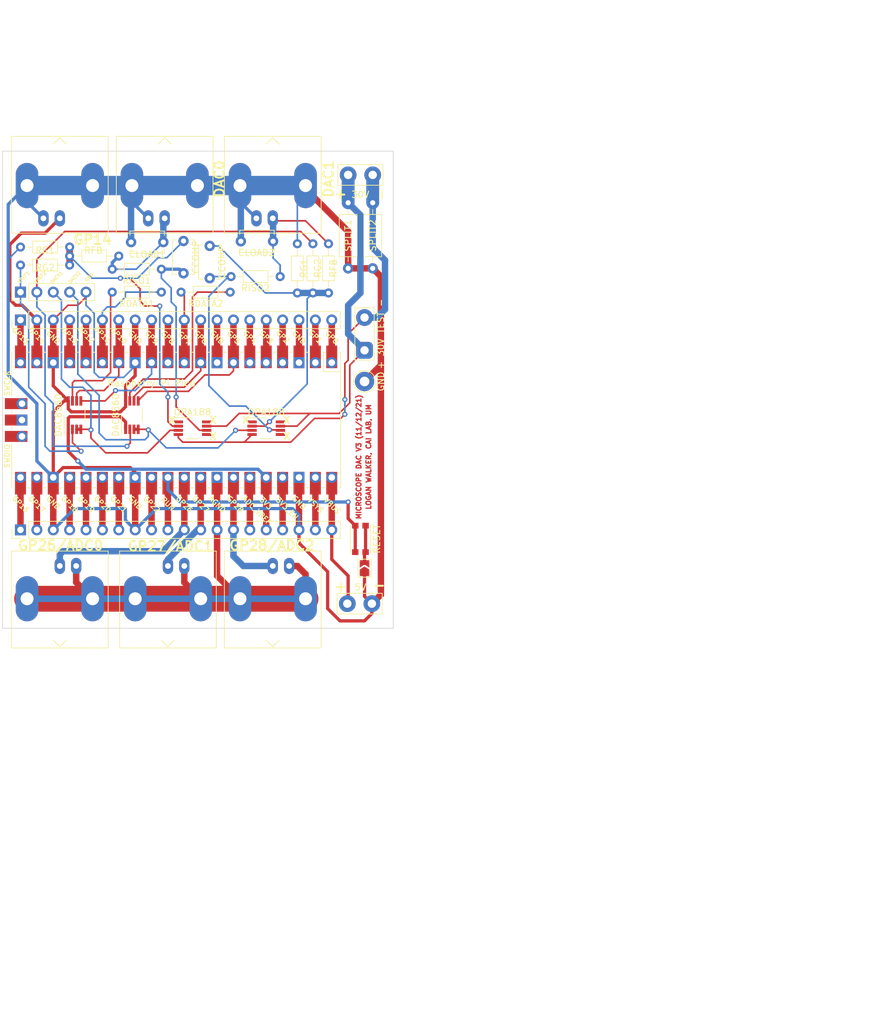
<source format=kicad_pcb>
(kicad_pcb (version 20221018) (generator pcbnew)
  (title_block (title "SimpleDAC V3") (date "2021-11-12") (rev "1") (company "University of Michigan") (comment 1 "Logan Walker") (comment 2 "Dawen Cai Lab"))
  (layers (0 "F.Cu" signal) (31 "B.Cu" signal) (34 "B.Paste" user) (35 "F.Paste" user) (36 "B.SilkS" user "B.Silkscreen") (37 "F.SilkS" user "F.Silkscreen") (38 "B.Mask" user) (39 "F.Mask" user) (44 "Edge.Cuts" user))
  (net 0 "")
  (footprint "TestPoint:TestPoint_Bridge_Pitch3.81mm_Drill1.3mm" (layer "F.Cu") (at 180.213 126.238 180)
    (fp_text reference "5V")
    (fp_text value " ")
  )
  (footprint "RaspberryPiPico:RPi_Pico_SMD_TH" (layer "F.Cu") (at 149.86 97.79 -90)
    (fp_text reference "Raspberry Pi Pico")
    (fp_text value " ")
  )
  (footprint "Package_SO:VSSOP-8_3.0x3.0mm_P0.65mm" (layer "F.Cu") (at 143.002 97.028 90)
    (fp_text reference "DAC8560")
    (fp_text value " ")
  )
  (footprint "Package_SO:VSSOP-8_3.0x3.0mm_P0.65mm" (layer "F.Cu") (at 134.112 97.028 90)
    (fp_text reference "DAC8560")
    (fp_text value " ")
  )
  (footprint "Connector_Coaxial:BNC_Amphenol_B6252HB-NPP3G-50_Horizontal" (layer "F.Cu") (at 164.846 120.396 180)
    (fp_text reference " ")
    (fp_text value " ")
  )
  (footprint "Connector_Coaxial:BNC_Amphenol_B6252HB-NPP3G-50_Horizontal" (layer "F.Cu") (at 148.59 120.396 180)
    (fp_text reference " ")
    (fp_text value " ")
  )
  (footprint "Connector_Coaxial:BNC_Amphenol_B6252HB-NPP3G-50_Horizontal" (layer "F.Cu") (at 131.826 120.396 180)
    (fp_text reference " ")
    (fp_text value " ")
  )
  (footprint "Capacitor_THT:C_Disc_D5.1mm_W3.2mm_P5.00mm" (layer "F.Cu") (at 142.875 70.231)
    (fp_text reference "CLOAD1")
    (fp_text value " ")
  )
  (footprint "Capacitor_THT:C_Disc_D5.1mm_W3.2mm_P5.00mm" (layer "F.Cu") (at 159.893 70.104)
    (fp_text reference "CLOAD2")
    (fp_text value " ")
  )
  (footprint "Resistor_THT:R_Axial_DIN0204_L3.6mm_D1.6mm_P7.62mm_Horizontal" (layer "F.Cu") (at 140.97 72.39 180)
    (fp_text reference "RFB")
    (fp_text value " ")
  )
  (footprint "Capacitor_THT:C_Disc_D5.1mm_W3.2mm_P5.00mm" (layer "F.Cu") (at 155.067 75.819 90)
    (fp_text reference "CCOMP")
    (fp_text value " ")
  )
  (footprint "Resistor_THT:R_Axial_DIN0204_L3.6mm_D1.6mm_P7.62mm_Horizontal" (layer "F.Cu") (at 168.656 78.105 90)
    (fp_text reference "RG1")
    (fp_text value " ")
  )
  (footprint "TestPoint:TestPoint_Loop_D2.54mm_Drill1.5mm_Beaded" (layer "F.Cu") (at 179.07 91.821)
    (fp_text reference "GND")
    (fp_text value " ")
  )
  (footprint "Resistor_THT:R_Axial_DIN0207_L6.3mm_D2.5mm_P10.16mm_Horizontal" (layer "F.Cu") (at 176.53 74.295 90)
    (fp_text reference "SPLIT1")
    (fp_text value " ")
  )
  (footprint "Resistor_THT:R_Axial_DIN0207_L6.3mm_D2.5mm_P10.16mm_Horizontal" (layer "F.Cu") (at 180.34 74.295 90)
    (fp_text reference "SPLIT2")
    (fp_text value " ")
  )
  (footprint "Connector_PinHeader_2.54mm:PinHeader_1x20_P2.54mm_Vertical" (layer "F.Cu") (at 125.73 114.808 90)
    (fp_text reference " ")
    (fp_text value " ")
  )
  (footprint "Connector_PinHeader_2.54mm:PinHeader_1x20_P2.54mm_Vertical" (layer "F.Cu") (at 125.73 82.296 90)
    (fp_text reference " ")
    (fp_text value " ")
  )
  (footprint "Button_Switch_SMD:SW_Push_1P1T_NO_CK_KMR2" (layer "F.Cu") (at 178.435 116.205 90)
    (fp_text reference "RESET")
    (fp_text value " ")
  )
  (footprint "Jumper:SolderJumper-2_P1.3mm_Open_TrianglePad1.0x1.5mm" (layer "F.Cu") (at 179.07 120.74 90)
    (fp_text reference " ")
    (fp_text value " ")
  )
  (footprint "TestPoint:TestPoint_2Pads_Pitch5.08mm_Drill1.3mm" (layer "F.Cu") (at 179.07 86.995 90)
    (fp_text reference "+ 30V TEST -")
    (fp_text value " ")
  )
  (footprint "Package_SO:VSSOP-8_3.0x3.0mm_P0.65mm" (layer "F.Cu") (at 152.4 99.06)
    (fp_text reference "OPA188")
    (fp_text value " ")
  )
  (footprint "Package_SO:VSSOP-8_3.0x3.0mm_P0.65mm" (layer "F.Cu") (at 163.83 99.06)
    (fp_text reference "OPA188")
    (fp_text value " ")
  )
  (footprint "Connector_Coaxial:BNC_Amphenol_B6252HB-NPP3G-50_Horizontal" (layer "F.Cu") (at 148.082 66.548)
    (fp_text reference " ")
    (fp_text value " ")
  )
  (footprint "Connector_Coaxial:BNC_Amphenol_B6252HB-NPP3G-50_Horizontal" (layer "F.Cu") (at 164.846 66.548)
    (fp_text reference " ")
    (fp_text value " ")
  )
  (footprint "Connector_Coaxial:BNC_Amphenol_B6252HB-NPP3G-50_Horizontal" (layer "F.Cu") (at 131.826 66.548)
    (fp_text reference " ")
    (fp_text value " ")
  )
  (footprint "Connector_PinHeader_2.54mm:PinHeader_1x05_P2.54mm_Vertical" (layer "F.Cu") (at 125.73 77.978 90)
    (fp_text reference " ")
    (fp_text value " ")
  )
  (footprint "Resistor_THT:R_Axial_DIN0204_L3.6mm_D1.6mm_P7.62mm_Horizontal" (layer "F.Cu") (at 139.954 77.978)
    (fp_text reference "RDATA1")
    (fp_text value " ")
  )
  (footprint "Resistor_THT:R_Axial_DIN0204_L3.6mm_D1.6mm_P7.62mm_Horizontal" (layer "F.Cu") (at 150.622 77.978)
    (fp_text reference "RDATA2")
    (fp_text value " ")
  )
  (footprint "TestPoint:TestPoint_Bridge_Pitch3.81mm_Drill1.3mm" (layer "F.Cu") (at 180.34 59.817 180)
    (fp_text reference "30V")
    (fp_text value " ")
  )
  (footprint "Resistor_THT:R_Axial_DIN0204_L3.6mm_D1.6mm_P7.62mm_Horizontal" (layer "F.Cu") (at 158.369 75.565)
    (fp_text reference "RISO2")
    (fp_text value " ")
  )
  (footprint "Resistor_THT:R_Axial_DIN0204_L3.6mm_D1.6mm_P7.62mm_Horizontal" (layer "F.Cu") (at 173.482 78.105 90)
    (fp_text reference "RFB")
    (fp_text value " ")
  )
  (footprint "Capacitor_THT:C_Disc_D5.1mm_W3.2mm_P5.00mm" (layer "F.Cu") (at 151.003 75.057 90)
    (fp_text reference "CCOMP")
    (fp_text value " ")
  )
  (footprint "Resistor_THT:R_Axial_DIN0204_L3.6mm_D1.6mm_P7.62mm_Horizontal" (layer "F.Cu") (at 125.73 73.787)
    (fp_text reference "RG2")
    (fp_text value " ")
  )
  (footprint "Resistor_THT:R_Axial_DIN0204_L3.6mm_D1.6mm_P7.62mm_Horizontal" (layer "F.Cu") (at 139.954 74.422)
    (fp_text reference "RISO1")
    (fp_text value " ")
  )
  (footprint "" (layer "F.Cu") (at 139.7 105.41)
    (fp_text reference "")
    (fp_text value "")
  )
  (footprint "" (layer "F.Cu") (at 139.7 105.41)
    (fp_text reference "")
    (fp_text value "")
  )
  (footprint "" (layer "F.Cu") (at 139.7 105.41)
    (fp_text reference "")
    (fp_text value "")
  )
  (footprint "Resistor_THT:R_Axial_DIN0204_L3.6mm_D1.6mm_P7.62mm_Horizontal" (layer "F.Cu") (at 171.069 78.105 90)
    (fp_text reference "RG2")
    (fp_text value " ")
  )
  (footprint "Resistor_THT:R_Axial_DIN0204_L3.6mm_D1.6mm_P7.62mm_Horizontal" (layer "F.Cu") (at 125.73 70.993)
    (fp_text reference "RG1")
    (fp_text value " ")
  )
  (gr_line (start 122.936 130.048) (end 122.936 56.134) (stroke (width 0.1)) (layer "Edge.Cuts"))
  (gr_line (start 122.936 56.134) (end 183.515 56.134) (stroke (width 0.1)) (layer "Edge.Cuts"))
  (gr_line (start 183.515 56.134) (end 183.515 130.048) (stroke (width 0.1)) (layer "Edge.Cuts"))
  (gr_line (start 183.515 130.048) (end 122.936 130.048) (stroke (width 0.1)) (layer "Edge.Cuts"))
  (gr_text "LOGAN WALKER, CAI LAB, UM\n" (at 179.705 103.505 90) (layer "F.Cu") (effects (font (size 0.75 0.75) (thickness 0.1875))))
  (gr_text "MICROSCOPE DAC V3 (11/12/21)" (at 178.181 103.505 90) (layer "F.Cu") (effects (font (size 0.75 0.75) (thickness 0.1875))))
  (gr_text "GP26/ADC0" (at 131.953 117.221) (layer "F.SilkS") (effects (font (size 1.5 1.5) (thickness 0.3))))
  (gr_text "GP28/ADC2" (at 164.719 117.221) (layer "F.SilkS") (effects (font (size 1.5 1.5) (thickness 0.3))))
  (gr_text "X" (at 160.655 97.79) (layer "F.SilkS") (effects (font (size 1 1) (thickness 0.25))))
  (gr_text "X" (at 149.225 97.79) (layer "F.SilkS") (effects (font (size 1 1) (thickness 0.25))))
  (gr_text "VREF2" (at 128.778 75.692 45) (layer "F.SilkS") (effects (font (size 0.5 0.5) (thickness 0.125))))
  (gr_text "DACV1" (at 131.318 75.692 45) (layer "F.SilkS") (effects (font (size 0.5 0.5) (thickness 0.125))))
  (gr_text "GND" (at 136.398 75.692 45) (layer "F.SilkS") (effects (font (size 0.5 0.5) (thickness 0.125))))
  (gr_text "+" (at 175.26 123.698 90) (layer "F.SilkS") (effects (font (size 1.5 1.5) (thickness 0.3))))
  (gr_text "GP27/ADC1" (at 148.971 117.348) (layer "F.SilkS") (effects (font (size 1.5 1.5) (thickness 0.3))))
  (gr_text "X" (at 167.005 100.33) (layer "F.SilkS") (effects (font (size 1 1) (thickness 0.25))))
  (gr_text "GP14" (at 136.906 69.85) (layer "F.SilkS") (effects (font (size 1.5 1.5) (thickness 0.3))))
  (gr_text "X" (at 167.005 97.79) (layer "F.SilkS") (effects (font (size 1 1) (thickness 0.25))))
  (gr_text "X" (at 155.575 100.33) (layer "F.SilkS") (effects (font (size 1 1) (thickness 0.25))))
  (gr_text "DACV2" (at 134.112 75.692 45) (layer "F.SilkS") (effects (font (size 0.5 0.5) (thickness 0.125))))
  (gr_text "DAC1" (at 173.482 60.452 90) (layer "F.SilkS") (effects (font (size 1.5 1.5) (thickness 0.3))))
  (gr_text "-" (at 181.61 62.865 90) (layer "F.SilkS") (effects (font (size 1.5 1.5) (thickness 0.3))))
  (gr_text "+" (at 175.26 62.865 90) (layer "F.SilkS") (effects (font (size 1.5 1.5) (thickness 0.3))))
  (gr_text "X" (at 155.575 97.79) (layer "F.SilkS") (effects (font (size 1 1) (thickness 0.25))))
  (gr_text "-" (at 181.356 123.571 180) (layer "F.SilkS") (effects (font (size 1.5 1.5) (thickness 0.3))))
  (gr_text "VREF1" (at 126.238 75.692 45) (layer "F.SilkS") (effects (font (size 0.5 0.5) (thickness 0.125))))
  (gr_text "DAC0" (at 156.591 60.452 90) (layer "F.SilkS") (effects (font (size 1.5 1.5) (thickness 0.3))))
  (segment (start 159.075 99.385) (end 159.075 99.385) (width 0.25) (layer "F.Cu") (net 0))
  (segment (start 148.59 94.234) (end 148.59 94.234) (width 0.25) (layer "F.Cu") (net 0))
  (segment (start 176.022 94.615) (end 176.022 94.615) (width 0.25) (layer "F.Cu") (net 0))
  (segment (start 176.022 96.901) (end 176.022 96.901) (width 0.25) (layer "F.Cu") (net 0))
  (segment (start 140.462 93.218) (end 138.852 94.828) (width 0.25) (layer "F.Cu") (net 0))
  (segment (start 139.7 90.424) (end 139.7 78.232) (width 0.25) (layer "F.Cu") (net 0))
  (segment (start 154.305 90.805) (end 158.115 90.805) (width 0.25) (layer "F.Cu") (net 0))
  (segment (start 136.652 99.314) (end 136.652 100.584) (width 0.25) (layer "F.Cu") (net 0))
  (segment (start 133.137 94.828) (end 132.502 94.828) (width 0.5) (layer "F.Cu") (net 0))
  (segment (start 135.087 99.228) (end 134.437 99.228) (width 0.5) (layer "F.Cu") (net 0))
  (segment (start 130.81 89.154) (end 130.81 88.9) (width 1) (layer "F.Cu") (net 0))
  (segment (start 166.03 98.735) (end 168.6 98.735) (width 0.25) (layer "F.Cu") (net 0))
  (segment (start 133.35 97.282) (end 133.137 97.495) (width 0.5) (layer "F.Cu") (net 0))
  (segment (start 156.21 106.68) (end 156.21 114.808) (width 1) (layer "F.Cu") (net 0))
  (segment (start 176.022 89.027) (end 176.022 90.424) (width 0.25) (layer "F.Cu") (net 0))
  (segment (start 145.415 93.345) (end 151.765 93.345) (width 0.25) (layer "F.Cu") (net 0))
  (segment (start 179.07 125.095) (end 180.213 126.238) (width 0.5) (layer "F.Cu") (net 0))
  (segment (start 180.213 127.762) (end 179.07 128.905) (width 0.5) (layer "F.Cu") (net 0))
  (segment (start 130.81 82.296) (end 133.096 80.01) (width 0.25) (layer "F.Cu") (net 0))
  (segment (start 168.656 120.396) (end 169.926 121.666) (width 1) (layer "F.Cu") (net 0))
  (segment (start 142.24 101.854) (end 142.748 101.346) (width 0.25) (layer "F.Cu") (net 0))
  (segment (start 153.67 106.68) (end 153.67 114.808) (width 1) (layer "F.Cu") (net 0))
  (segment (start 143.977 99.228) (end 143.327 99.228) (width 0.5) (layer "F.Cu") (net 0))
  (segment (start 154.6 98.735) (end 157.663 98.735) (width 0.25) (layer "F.Cu") (net 0))
  (segment (start 143.51 82.296) (end 143.51 88.9) (width 1) (layer "F.Cu") (net 0))
  (segment (start 169.926 61.976) (end 169.926 61.468) (width 1) (layer "F.Cu") (net 0))
  (segment (start 160.446 101.219) (end 161.63 100.035) (width 0.25) (layer "F.Cu") (net 0))
  (segment (start 143.51 105.918) (end 142.748 105.156) (width 0.5) (layer "F.Cu") (net 0))
  (segment (start 150.2 100.035) (end 150.2 100.543) (width 0.25) (layer "F.Cu") (net 0))
  (segment (start 125.73 106.68) (end 125.73 114.808) (width 1) (layer "F.Cu") (net 0))
  (segment (start 180.34 74.295) (end 176.53 74.295) (width 1) (layer "F.Cu") (net 0))
  (segment (start 140.97 90.932) (end 140.97 88.9) (width 0.25) (layer "F.Cu") (net 0))
  (segment (start 133.35 70.993) (end 133.35 72.39) (width 1) (layer "F.Cu") (net 0))
  (segment (start 173.99 88.9) (end 173.99 82.296) (width 1) (layer "F.Cu") (net 0))
  (segment (start 168.6 98.735) (end 170.561 96.774) (width 0.25) (layer "F.Cu") (net 0))
  (segment (start 133.35 82.296) (end 133.35 88.9) (width 1) (layer "F.Cu") (net 0))
  (segment (start 163.83 106.68) (end 163.83 114.808) (width 1) (layer "F.Cu") (net 0))
  (segment (start 146.05 106.68) (end 146.05 114.808) (width 1) (layer "F.Cu") (net 0))
  (segment (start 130.81 92.501) (end 133.137 94.828) (width 0.5) (layer "F.Cu") (net 0))
  (segment (start 134.366 122.936) (end 136.906 125.476) (width 1) (layer "F.Cu") (net 0))
  (segment (start 128.27 106.68) (end 128.27 114.808) (width 1) (layer "F.Cu") (net 0))
  (segment (start 142.677 93.543) (end 144.78 91.44) (width 0.25) (layer "F.Cu") (net 0))
  (segment (start 151.765 93.345) (end 154.305 90.805) (width 0.25) (layer "F.Cu") (net 0))
  (segment (start 143.327 94.828) (end 143.327 94.163) (width 0.25) (layer "F.Cu") (net 0))
  (segment (start 134.437 94.828) (end 134.437 93.655) (width 0.25) (layer "F.Cu") (net 0))
  (segment (start 166.37 88.9) (end 166.37 82.296) (width 1) (layer "F.Cu") (net 0))
  (segment (start 171.069 70.485) (end 169.164 68.58) (width 0.25) (layer "F.Cu") (net 0))
  (segment (start 140.97 106.68) (end 140.97 114.808) (width 1) (layer "F.Cu") (net 0))
  (segment (start 128.27 88.9) (end 128.27 82.296) (width 1) (layer "F.Cu") (net 0))
  (segment (start 148.59 106.68) (end 148.59 114.808) (width 1) (layer "F.Cu") (net 0))
  (segment (start 171.069 70.485) (end 171.196 70.485) (width 1) (layer "F.Cu") (net 0))
  (segment (start 148.59 98.044) (end 148.59 96.647) (width 0.25) (layer "F.Cu") (net 0))
  (segment (start 143.51 106.68) (end 143.51 105.918) (width 0.5) (layer "F.Cu") (net 0))
  (segment (start 173.99 119.38) (end 176.53 121.92) (width 0.5) (layer "F.Cu") (net 0))
  (segment (start 135.89 82.296) (end 135.89 88.9) (width 1) (layer "F.Cu") (net 0))
  (segment (start 173.355 127) (end 173.355 121.285) (width 0.5) (layer "F.Cu") (net 0))
  (segment (start 148.59 96.647) (end 148.59 94.234) (width 0.25) (layer "F.Cu") (net 0))
  (segment (start 180.34 74.295) (end 181.61 75.565) (width 1) (layer "F.Cu") (net 0))
  (segment (start 158.75 88.9) (end 158.75 90.17) (width 0.25) (layer "F.Cu") (net 0))
  (segment (start 150.2 99.385) (end 148.915 99.385) (width 0.25) (layer "F.Cu") (net 0))
  (segment (start 181.61 124.841) (end 180.213 126.238) (width 1) (layer "F.Cu") (net 0))
  (segment (start 169.926 121.666) (end 169.926 125.476) (width 1) (layer "F.Cu") (net 0))
  (segment (start 179.235 118.255) (end 179.235 114.155) (width 0.5) (layer "F.Cu") (net 0))
  (segment (start 176.53 113.05) (end 177.635 114.155) (width 0.5) (layer "F.Cu") (net 0))
  (segment (start 165.227 66.929) (end 164.846 66.548) (width 0.25) (layer "F.Cu") (net 0))
  (segment (start 166.37 106.68) (end 166.37 114.808) (width 1) (layer "F.Cu") (net 0))
  (segment (start 138.43 91.694) (end 139.7 90.424) (width 0.25) (layer "F.Cu") (net 0))
  (segment (start 175.26 97.536) (end 175.387 97.536) (width 0.25) (layer "F.Cu") (net 0))
  (segment (start 136.566 99.228) (end 136.652 99.314) (width 0.25) (layer "F.Cu") (net 0))
  (segment (start 133.137 102.657) (end 134.62 104.14) (width 0.5) (layer "F.Cu") (net 0))
  (segment (start 171.45 106.68) (end 171.45 114.808) (width 1) (layer "F.Cu") (net 0))
  (segment (start 130.81 82.296) (end 130.81 89.154) (width 1) (layer "F.Cu") (net 0))
  (segment (start 164.338 99.314) (end 165.959 99.314) (width 0.25) (layer "F.Cu") (net 0))
  (segment (start 161.63 99.385) (end 159.075 99.385) (width 0.25) (layer "F.Cu") (net 0))
  (segment (start 152.4 78.74) (end 153.162 77.978) (width 0.25) (layer "F.Cu") (net 0))
  (segment (start 134.874 93.218) (end 138.684 93.218) (width 0.25) (layer "F.Cu") (net 0))
  (segment (start 156.21 82.296) (end 156.21 88.9) (width 1) (layer "F.Cu") (net 0))
  (segment (start 177.635 118.255) (end 177.635 114.155) (width 0.5) (layer "F.Cu") (net 0))
  (segment (start 145.43 102.87) (end 148.915 99.385) (width 0.25) (layer "F.Cu") (net 0))
  (segment (start 181.61 89.281) (end 181.61 124.841) (width 1) (layer "F.Cu") (net 0))
  (segment (start 150.876 101.219) (end 160.446 101.219) (width 0.25) (layer "F.Cu") (net 0))
  (segment (start 144.78 92.71) (end 151.13 92.71) (width 0.25) (layer "F.Cu") (net 0))
  (segment (start 154.6 99.385) (end 153.487 99.385) (width 0.25) (layer "F.Cu") (net 0))
  (segment (start 144.272 79.375) (end 145.034 80.137) (width 0.25) (layer "F.Cu") (net 0))
  (segment (start 134.437 93.655) (end 134.874 93.218) (width 0.25) (layer "F.Cu") (net 0))
  (segment (start 176.53 68.58) (end 169.926 61.976) (width 1) (layer "F.Cu") (net 0))
  (segment (start 151.13 82.296) (end 151.13 78.486) (width 0.25) (layer "F.Cu") (net 0))
  (segment (start 149.86 94.234) (end 149.86 95.758) (width 0.25) (layer "F.Cu") (net 0))
  (segment (start 153.162 77.978) (end 158.242 77.978) (width 0.25) (layer "F.Cu") (net 0))
  (segment (start 139.7 78.232) (end 139.954 77.978) (width 0.25) (layer "F.Cu") (net 0))
  (segment (start 165.959 99.314) (end 166.03 99.385) (width 0.25) (layer "F.Cu") (net 0))
  (segment (start 124.968 80.01) (end 124.079 79.121) (width 0.5) (layer "F.Cu") (net 0))
  (segment (start 133.137 96.053) (end 133.137 94.828) (width 0.5) (layer "F.Cu") (net 0))
  (segment (start 138.938 102.87) (end 145.43 102.87) (width 0.25) (layer "F.Cu") (net 0))
  (segment (start 133.787 94.828) (end 133.787 92.019) (width 0.25) (layer "F.Cu") (net 0))
  (segment (start 134.62 80.01) (end 135.89 78.74) (width 0.25) (layer "F.Cu") (net 0))
  (segment (start 125.857 68.834) (end 129.54 68.834) (width 0.5) (layer "F.Cu") (net 0))
  (segment (start 135.087 99.228) (end 136.566 99.228) (width 0.25) (layer "F.Cu") (net 0))
  (segment (start 142.027 99.228) (end 142.027 98.085) (width 0.5) (layer "F.Cu") (net 0))
  (segment (start 134.366 120.396) (end 134.366 122.936) (width 1) (layer "F.Cu") (net 0))
  (segment (start 173.355 121.285) (end 168.91 116.84) (width 0.5) (layer "F.Cu") (net 0))
  (segment (start 179.07 121.465) (end 179.07 125.095) (width 0.5) (layer "F.Cu") (net 0))
  (segment (start 135.89 78.74) (end 135.89 77.978) (width 0.25) (layer "F.Cu") (net 0))
  (segment (start 179.07 91.821) (end 181.61 89.281) (width 1) (layer "F.Cu") (net 0))
  (segment (start 151.13 106.68) (end 151.13 114.808) (width 1) (layer "F.Cu") (net 0))
  (segment (start 129.54 68.834) (end 131.826 66.548) (width 0.5) (layer "F.Cu") (net 0))
  (segment (start 161.29 106.68) (end 161.29 114.808) (width 1) (layer "F.Cu") (net 0))
  (segment (start 125.984 80.01) (end 124.968 80.01) (width 0.5) (layer "F.Cu") (net 0))
  (segment (start 151.13 120.396) (end 151.13 122.936) (width 1) (layer "F.Cu") (net 0))
  (segment (start 161.29 88.9) (end 161.29 82.296) (width 1) (layer "F.Cu") (net 0))
  (segment (start 171.323 97.536) (end 175.26 97.536) (width 0.25) (layer "F.Cu") (net 0))
  (segment (start 179.07 114.32) (end 179.235 114.155) (width 0.5) (layer "F.Cu") (net 0))
  (segment (start 124.079 79.121) (end 124.079 70.612) (width 0.5) (layer "F.Cu") (net 0))
  (segment (start 159.624 96.774) (end 162.433 96.774) (width 0.25) (layer "F.Cu") (net 0))
  (segment (start 143.977 94.783) (end 144.78 93.98) (width 0.25) (layer "F.Cu") (net 0))
  (segment (start 130.81 88.9) (end 130.81 92.501) (width 0.5) (layer "F.Cu") (net 0))
  (segment (start 133.787 101.275) (end 135.128 102.616) (width 0.25) (layer "F.Cu") (net 0))
  (segment (start 149.86 95.758) (end 153.487 99.385) (width 0.25) (layer "F.Cu") (net 0))
  (segment (start 176.784 89.281) (end 179.07 86.995) (width 0.25) (layer "F.Cu") (net 0))
  (segment (start 153.487 99.385) (end 152.908 98.806) (width 0.25) (layer "F.Cu") (net 0))
  (segment (start 141.224 97.282) (end 133.35 97.282) (width 0.5) (layer "F.Cu") (net 0))
  (segment (start 142.748 101.346) (end 142.748 99.299) (width 0.25) (layer "F.Cu") (net 0))
  (segment (start 179.07 81.915) (end 176.53 84.455) (width 0.25) (layer "F.Cu") (net 0))
  (segment (start 175.26 128.905) (end 173.355 127) (width 0.5) (layer "F.Cu") (net 0))
  (segment (start 169.926 66.929) (end 165.227 66.929) (width 0.25) (layer "F.Cu") (net 0))
  (segment (start 170.942 97.917) (end 171.323 97.536) (width 0.25) (layer "F.Cu") (net 0))
  (segment (start 173.482 70.485) (end 169.926 66.929) (width 0.25) (layer "F.Cu") (net 0))
  (segment (start 151.13 82.296) (end 151.13 88.9) (width 1) (layer "F.Cu") (net 0))
  (segment (start 132.588 68.58) (end 128.27 72.898) (width 0.25) (layer "F.Cu") (net 0))
  (segment (start 133.35 72.39) (end 133.35 73.787) (width 1) (layer "F.Cu") (net 0))
  (segment (start 151.13 78.486) (end 150.622 77.978) (width 0.25) (layer "F.Cu") (net 0))
  (segment (start 133.787 99.228) (end 133.787 101.275) (width 0.25) (layer "F.Cu") (net 0))
  (segment (start 142.748 105.156) (end 132.334 105.156) (width 0.5) (layer "F.Cu") (net 0))
  (segment (start 143.002 61.468) (end 126.746 61.468) (width 1) (layer "F.Cu") (net 0))
  (segment (start 144.78 93.98) (end 145.415 93.345) (width 0.25) (layer "F.Cu") (net 0))
  (segment (start 138.852 94.828) (end 135.087 94.828) (width 0.25) (layer "F.Cu") (net 0))
  (segment (start 169.926 61.468) (end 159.766 61.468) (width 1) (layer "F.Cu") (net 0))
  (segment (start 157.663 98.735) (end 159.624 96.774) (width 0.25) (layer "F.Cu") (net 0))
  (segment (start 162.433 96.774) (end 170.561 96.774) (width 0.25) (layer "F.Cu") (net 0))
  (segment (start 175.387 97.536) (end 176.022 96.901) (width 0.25) (layer "F.Cu") (net 0))
  (segment (start 144.272 77.47) (end 144.272 79.375) (width 0.25) (layer "F.Cu") (net 0))
  (segment (start 142.027 95.717) (end 141.224 96.52) (width 0.5) (layer "F.Cu") (net 0))
  (segment (start 181.61 75.565) (end 181.61 89.281) (width 1) (layer "F.Cu") (net 0))
  (segment (start 143.977 99.228) (end 145.456 99.228) (width 0.25) (layer "F.Cu") (net 0))
  (segment (start 176.53 84.455) (end 176.53 88.519) (width 0.25) (layer "F.Cu") (net 0))
  (segment (start 180.213 126.238) (end 180.213 127.762) (width 0.5) (layer "F.Cu") (net 0))
  (segment (start 171.45 88.9) (end 171.45 82.296) (width 1) (layer "F.Cu") (net 0))
  (segment (start 133.787 92.019) (end 134.112 91.694) (width 0.25) (layer "F.Cu") (net 0))
  (segment (start 142.677 94.828) (end 142.677 93.543) (width 0.25) (layer "F.Cu") (net 0))
  (segment (start 150.2 100.543) (end 150.876 101.219) (width 0.25) (layer "F.Cu") (net 0))
  (segment (start 176.53 126.111) (end 176.403 126.238) (width 0.5) (layer "F.Cu") (net 0))
  (segment (start 151.13 122.936) (end 153.67 125.476) (width 1) (layer "F.Cu") (net 0))
  (segment (start 176.784 95.123) (end 176.784 89.281) (width 0.25) (layer "F.Cu") (net 0))
  (segment (start 176.53 88.519) (end 176.022 89.027) (width 0.25) (layer "F.Cu") (net 0))
  (segment (start 151.13 92.71) (end 153.67 90.17) (width 0.25) (layer "F.Cu") (net 0))
  (segment (start 158.75 82.296) (end 158.75 88.9) (width 1) (layer "F.Cu") (net 0))
  (segment (start 158.115 90.805) (end 158.75 90.17) (width 0.25) (layer "F.Cu") (net 0))
  (segment (start 162.179 125.476) (end 169.926 125.476) (width 4) (layer "F.Cu") (net 0))
  (segment (start 168.91 88.9) (end 168.91 82.296) (width 1) (layer "F.Cu") (net 0))
  (segment (start 132.334 105.156) (end 130.81 106.68) (width 0.5) (layer "F.Cu") (net 0))
  (segment (start 124.079 70.612) (end 125.857 68.834) (width 0.5) (layer "F.Cu") (net 0))
  (segment (start 158.75 106.68) (end 158.75 113.792) (width 1) (layer "F.Cu") (net 0))
  (segment (start 149.281 98.735) (end 148.59 98.044) (width 0.25) (layer "F.Cu") (net 0))
  (segment (start 179.07 128.905) (end 175.26 128.905) (width 0.5) (layer "F.Cu") (net 0))
  (segment (start 142.027 92.415) (end 143.51 90.932) (width 0.5) (layer "F.Cu") (net 0))
  (segment (start 145.034 80.137) (end 147.32 80.137) (width 0.25) (layer "F.Cu") (net 0))
  (segment (start 167.64 101.219) (end 170.942 97.917) (width 0.25) (layer "F.Cu") (net 0))
  (segment (start 176.53 121.92) (end 176.53 126.111) (width 0.5) (layer "F.Cu") (net 0))
  (segment (start 168.91 116.84) (end 168.91 114.808) (width 0.5) (layer "F.Cu") (net 0))
  (segment (start 130.81 106.68) (end 130.81 114.808) (width 1) (layer "F.Cu") (net 0))
  (segment (start 142.027 98.085) (end 141.224 97.282) (width 0.5) (layer "F.Cu") (net 0))
  (segment (start 179.07 120.015) (end 179.07 118.42) (width 0.5) (layer "F.Cu") (net 0))
  (segment (start 142.027 94.828) (end 142.027 92.415) (width 0.5) (layer "F.Cu") (net 0))
  (segment (start 161.63 98.735) (end 163.647 98.735) (width 0.25) (layer "F.Cu") (net 0))
  (segment (start 135.89 106.68) (end 135.89 114.808) (width 1) (layer "F.Cu") (net 0))
  (segment (start 153.67 82.296) (end 153.67 88.9) (width 1) (layer "F.Cu") (net 0))
  (segment (start 133.35 106.68) (end 133.35 114.808) (width 1) (layer "F.Cu") (net 0))
  (segment (start 159.766 61.468) (end 153.162 61.468) (width 1) (layer "F.Cu") (net 0))
  (segment (start 173.99 114.808) (end 173.99 119.38) (width 0.5) (layer "F.Cu") (net 0))
  (segment (start 176.022 90.424) (end 176.022 94.615) (width 0.25) (layer "F.Cu") (net 0))
  (segment (start 140.97 82.296) (end 140.97 88.9) (width 1) (layer "F.Cu") (net 0))
  (segment (start 179.07 118.42) (end 179.235 118.255) (width 0.5) (layer "F.Cu") (net 0))
  (segment (start 133.137 99.228) (end 133.137 102.657) (width 0.5) (layer "F.Cu") (net 0))
  (segment (start 140.462 93.218) (end 140.462 93.218) (width 0.25) (layer "F.Cu") (net 0))
  (segment (start 125.73 82.296) (end 125.73 82.042) (width 1) (layer "F.Cu") (net 0))
  (segment (start 138.43 82.296) (end 138.43 88.9) (width 1) (layer "F.Cu") (net 0))
  (segment (start 141.224 75.819) (end 142.621 75.819) (width 0.25) (layer "F.Cu") (net 0))
  (segment (start 143.51 106.68) (end 143.51 114.808) (width 1) (layer "F.Cu") (net 0))
  (segment (start 130.81 96.52) (end 130.81 106.68) (width 0.5) (layer "F.Cu") (net 0))
  (segment (start 143.51 90.932) (end 143.51 88.9) (width 0.5) (layer "F.Cu") (net 0))
  (segment (start 142.621 75.819) (end 144.272 77.47) (width 0.25) (layer "F.Cu") (net 0))
  (segment (start 133.096 80.01) (end 134.62 80.01) (width 0.25) (layer "F.Cu") (net 0))
  (segment (start 136.652 100.584) (end 138.938 102.87) (width 0.25) (layer "F.Cu") (net 0))
  (segment (start 142.748 99.299) (end 142.677 99.228) (width 0.25) (layer "F.Cu") (net 0))
  (segment (start 156.21 121.92) (end 159.766 125.476) (width 1) (layer "F.Cu") (net 0))
  (segment (start 162.179 125.476) (end 168.021 125.476) (width 1) (layer "F.Cu") (net 0))
  (segment (start 152.4 90.17) (end 152.4 78.74) (width 0.25) (layer "F.Cu") (net 0))
  (segment (start 143.327 94.163) (end 144.78 92.71) (width 0.25) (layer "F.Cu") (net 0))
  (segment (start 133.137 97.495) (end 133.137 99.228) (width 0.5) (layer "F.Cu") (net 0))
  (segment (start 128.27 72.898) (end 128.27 77.978) (width 0.25) (layer "F.Cu") (net 0))
  (segment (start 125.73 82.296) (end 125.73 88.9) (width 1) (layer "F.Cu") (net 0))
  (segment (start 150.2 98.735) (end 149.281 98.735) (width 0.25) (layer "F.Cu") (net 0))
  (segment (start 138.43 106.68) (end 138.43 114.808) (width 1) (layer "F.Cu") (net 0))
  (segment (start 142.027 94.828) (end 142.027 95.717) (width 0.5) (layer "F.Cu") (net 0))
  (segment (start 160.446 101.219) (end 167.64 101.219) (width 0.25) (layer "F.Cu") (net 0))
  (segment (start 143.977 94.828) (end 143.977 94.783) (width 0.25) (layer "F.Cu") (net 0))
  (segment (start 148.59 82.296) (end 148.59 88.9) (width 1) (layer "F.Cu") (net 0))
  (segment (start 173.99 106.68) (end 173.99 114.808) (width 1) (layer "F.Cu") (net 0))
  (segment (start 145.456 99.228) (end 145.542 99.314) (width 0.25) (layer "F.Cu") (net 0))
  (segment (start 153.67 90.17) (end 153.67 88.9) (width 0.25) (layer "F.Cu") (net 0))
  (segment (start 138.684 93.218) (end 140.97 90.932) (width 0.25) (layer "F.Cu") (net 0))
  (segment (start 158.75 113.792) (end 158.75 114.808) (width 1) (layer "F.Cu") (net 0))
  (segment (start 134.112 91.694) (end 138.43 91.694) (width 0.25) (layer "F.Cu") (net 0))
  (segment (start 176.53 110.49) (end 176.53 113.05) (width 0.5) (layer "F.Cu") (net 0))
  (segment (start 170.561 96.774) (end 175.133 96.774) (width 0.25) (layer "F.Cu") (net 0))
  (segment (start 176.53 74.295) (end 176.53 68.58) (width 1) (layer "F.Cu") (net 0))
  (segment (start 168.91 106.68) (end 168.91 114.808) (width 1) (layer "F.Cu") (net 0))
  (segment (start 163.647 98.735) (end 164.338 98.044) (width 0.25) (layer "F.Cu") (net 0))
  (segment (start 167.386 120.396) (end 168.656 120.396) (width 1) (layer "F.Cu") (net 0))
  (segment (start 126.746 125.476) (end 162.179 125.476) (width 4) (layer "F.Cu") (net 0))
  (segment (start 141.224 96.52) (end 133.604 96.52) (width 0.5) (layer "F.Cu") (net 0))
  (segment (start 169.164 68.58) (end 132.588 68.58) (width 0.25) (layer "F.Cu") (net 0))
  (segment (start 151.13 91.44) (end 152.4 90.17) (width 0.25) (layer "F.Cu") (net 0))
  (segment (start 161.559 98.806) (end 161.63 98.735) (width 0.25) (layer "F.Cu") (net 0))
  (segment (start 146.05 88.9) (end 146.05 82.296) (width 1) (layer "F.Cu") (net 0))
  (segment (start 156.21 114.808) (end 156.21 121.92) (width 1) (layer "F.Cu") (net 0))
  (segment (start 132.502 94.828) (end 130.81 96.52) (width 0.5) (layer "F.Cu") (net 0))
  (segment (start 163.83 82.296) (end 163.83 88.9) (width 1) (layer "F.Cu") (net 0))
  (segment (start 175.133 96.774) (end 176.657 95.25) (width 0.25) (layer "F.Cu") (net 0))
  (segment (start 133.604 96.52) (end 133.137 96.053) (width 0.5) (layer "F.Cu") (net 0))
  (segment (start 153.162 61.468) (end 143.002 61.468) (width 1) (layer "F.Cu") (net 0))
  (segment (start 128.27 82.296) (end 125.984 80.01) (width 0.5) (layer "F.Cu") (net 0))
  (segment (start 144.78 91.44) (end 151.13 91.44) (width 0.25) (layer "F.Cu") (net 0))
  (via (at 159.075 99.385) (size 0.8) (drill 0.4) (layers "F.Cu" "B.Cu") (net 0))
  (via (at 176.022 96.901) (size 0.8) (drill 0.4) (layers "F.Cu" "B.Cu") (net 0))
  (via (at 145.542 99.314) (size 0.8) (drill 0.4) (layers "F.Cu" "B.Cu") (net 0))
  (via (at 140.462 93.218) (size 0.8) (drill 0.4) (layers "F.Cu" "B.Cu") (net 0))
  (via (at 147.32 80.137) (size 0.8) (drill 0.4) (layers "F.Cu" "B.Cu") (net 0))
  (via (at 164.338 98.044) (size 0.8) (drill 0.4) (layers "F.Cu" "B.Cu") (net 0))
  (via (at 176.022 94.615) (size 0.8) (drill 0.4) (layers "F.Cu" "B.Cu") (net 0))
  (via (at 134.62 104.14) (size 0.8) (drill 0.4) (layers "F.Cu" "B.Cu") (net 0))
  (via (at 142.24 101.854) (size 0.8) (drill 0.4) (layers "F.Cu" "B.Cu") (net 0))
  (via (at 136.652 99.314) (size 0.8) (drill 0.4) (layers "F.Cu" "B.Cu") (net 0))
  (via (at 149.86 94.234) (size 0.8) (drill 0.4) (layers "F.Cu" "B.Cu") (net 0))
  (via (at 164.338 99.314) (size 0.8) (drill 0.4) (layers "F.Cu" "B.Cu") (net 0))
  (via (at 135.128 102.616) (size 0.8) (drill 0.4) (layers "F.Cu" "B.Cu") (net 0))
  (via (at 176.53 110.49) (size 0.8) (drill 0.4) (layers "F.Cu" "B.Cu") (net 0))
  (via (at 141.224 75.819) (size 0.8) (drill 0.4) (layers "F.Cu" "B.Cu") (net 0))
  (via (at 148.59 94.234) (size 0.8) (drill 0.4) (layers "F.Cu" "B.Cu") (net 0))
  (segment (start 149.86 94.234) (end 149.86 94.234) (width 0.25) (layer "B.Cu") (net 0))
  (segment (start 164.338 99.314) (end 164.338 99.314) (width 0.25) (layer "B.Cu") (net 0))
  (segment (start 141.224 75.819) (end 136.779 75.819) (width 0.25) (layer "B.Cu") (net 0))
  (segment (start 147.32 80.137) (end 147.32 80.137) (width 0.25) (layer "B.Cu") (net 0))
  (segment (start 176.53 110.49) (end 176.53 110.49) (width 0.5) (layer "B.Cu") (net 0))
  (segment (start 135.128 102.616) (end 135.128 102.616) (width 0.25) (layer "B.Cu") (net 0))
  (segment (start 142.24 101.854) (end 142.24 101.854) (width 0.25) (layer "B.Cu") (net 0))
  (segment (start 140.462 93.218) (end 143.51 93.218) (width 0.25) (layer "B.Cu") (net 0))
  (segment (start 135.89 80.01) (end 137.16 81.28) (width 0.25) (layer "B.Cu") (net 0))
  (segment (start 150.495 110.49) (end 176.53 110.49) (width 0.5) (layer "B.Cu") (net 0))
  (segment (start 135.89 105.41) (end 162.56 105.41) (width 0.5) (layer "B.Cu") (net 0))
  (segment (start 147.875 70.231) (end 147.875 66.755) (width 1) (layer "B.Cu") (net 0))
  (segment (start 130.556 94.996) (end 130.81 95.25) (width 0.25) (layer "B.Cu") (net 0))
  (segment (start 158.115 95.631) (end 160.655 95.631) (width 0.25) (layer "B.Cu") (net 0))
  (segment (start 147.574 77.978) (end 141.986 77.978) (width 0.25) (layer "B.Cu") (net 0))
  (segment (start 165.989 75.565) (end 165.989 73.787) (width 0.25) (layer "B.Cu") (net 0))
  (segment (start 147.574 74.422) (end 150.368 74.422) (width 0.5) (layer "B.Cu") (net 0))
  (segment (start 168.91 114.808) (end 168.91 112.522) (width 0.5) (layer "B.Cu") (net 0))
  (segment (start 123.825 64.389) (end 126.746 61.468) (width 0.5) (layer "B.Cu") (net 0))
  (segment (start 145.542 99.314) (end 148.336 102.108) (width 0.25) (layer "B.Cu") (net 0))
  (segment (start 141.986 111.506) (end 141.986 113.284) (width 0.5) (layer "B.Cu") (net 0))
  (segment (start 128.27 95.25) (end 123.825 90.805) (width 0.5) (layer "B.Cu") (net 0))
  (segment (start 134.112 111.506) (end 141.986 111.506) (width 0.5) (layer "B.Cu") (net 0))
  (segment (start 159.893 70.104) (end 159.893 61.595) (width 1) (layer "B.Cu") (net 0))
  (segment (start 160.274 120.396) (end 164.846 120.396) (width 1) (layer "B.Cu") (net 0))
  (segment (start 142.875 70.231) (end 142.875 61.595) (width 1) (layer "B.Cu") (net 0))
  (segment (start 140.462 80.264) (end 139.192 80.264) (width 0.25) (layer "B.Cu") (net 0))
  (segment (start 129.54 101.854) (end 130.302 102.616) (width 0.25) (layer "B.Cu") (net 0))
  (segment (start 176.53 80.01) (end 176.53 84.455) (width 1) (layer "B.Cu") (net 0))
  (segment (start 148.59 120.396) (end 148.59 119.38) (width 1) (layer "B.Cu") (net 0))
  (segment (start 176.022 96.901) (end 176.022 94.615) (width 0.25) (layer "B.Cu") (net 0))
  (segment (start 145.034 100.838) (end 138.938 100.838) (width 0.25) (layer "B.Cu") (net 0))
  (segment (start 153.162 114.808) (end 153.67 114.808) (width 1) (layer "B.Cu") (net 0))
  (segment (start 151.13 114.808) (end 147.828 118.11) (width 1) (layer "B.Cu") (net 0))
  (segment (start 148.336 102.108) (end 156.352 102.108) (width 0.25) (layer "B.Cu") (net 0))
  (segment (start 130.81 106.68) (end 128.27 104.14) (width 0.5) (layer "B.Cu") (net 0))
  (segment (start 125.73 70.993) (end 123.825 72.898) (width 0.25) (layer "B.Cu") (net 0))
  (segment (start 148.416 72.644) (end 147.066 72.644) (width 0.25) (layer "B.Cu") (net 0))
  (segment (start 147.828 118.11) (end 132.334 118.11) (width 1) (layer "B.Cu") (net 0))
  (segment (start 170.18 78.994) (end 171.069 78.105) (width 0.25) (layer "B.Cu") (net 0))
  (segment (start 141.986 77.978) (end 141.986 78.74) (width 0.25) (layer "B.Cu") (net 0))
  (segment (start 164.893 72.691) (end 164.893 70.104) (width 0.25) (layer "B.Cu") (net 0))
  (segment (start 155.067 78.486) (end 157.988 75.565) (width 0.25) (layer "B.Cu") (net 0))
  (segment (start 155.067 70.819) (end 156.417 70.819) (width 0.25) (layer "B.Cu") (net 0))
  (segment (start 134.62 90.678) (end 134.62 79.248) (width 0.25) (layer "B.Cu") (net 0))
  (segment (start 179.07 81.915) (end 180.975 81.915) (width 1) (layer "B.Cu") (net 0))
  (segment (start 136.779 75.819) (end 133.35 72.39) (width 0.25) (layer "B.Cu") (net 0))
  (segment (start 125.73 77.978) (end 125.73 79.756) (width 0.25) (layer "B.Cu") (net 0))
  (segment (start 139.192 80.264) (end 138.43 81.026) (width 0.25) (layer "B.Cu") (net 0))
  (segment (start 125.73 73.787) (end 125.73 77.978) (width 0.25) (layer "B.Cu") (net 0))
  (segment (start 182.245 73.025) (end 180.34 71.12) (width 1) (layer "B.Cu") (net 0))
  (segment (start 147.574 74.422) (end 147.574 75.819) (width 0.25) (layer "B.Cu") (net 0))
  (segment (start 149.098 79.502) (end 149.86 80.264) (width 0.25) (layer "B.Cu") (net 0))
  (segment (start 158.369 75.565) (end 155.321 75.565) (width 0.25) (layer "B.Cu") (net 0))
  (segment (start 176.53 84.455) (end 179.07 86.995) (width 1) (layer "B.Cu") (net 0))
  (segment (start 125.73 79.756) (end 127 81.026) (width 0.25) (layer "B.Cu") (net 0))
  (segment (start 143.002 64.008) (end 145.542 66.548) (width 0.5) (layer "B.Cu") (net 0))
  (segment (start 151.003 70.057) (end 148.416 72.644) (width 0.25) (layer "B.Cu") (net 0))
  (segment (start 137.922 91.186) (end 141.732 91.186) (width 0.25) (layer "B.Cu") (net 0))
  (segment (start 150.368 74.422) (end 151.003 75.057) (width 0.5) (layer "B.Cu") (net 0))
  (segment (start 159.766 64.008) (end 162.306 66.548) (width 0.5) (layer "B.Cu") (net 0))
  (segment (start 139.954 74.422) (end 139.954 73.406) (width 0.5) (layer "B.Cu") (net 0))
  (segment (start 146.812 111.506) (end 143.51 114.808) (width 0.5) (layer "B.Cu") (net 0))
  (segment (start 142.875 61.595) (end 143.002 61.468) (width 1) (layer "B.Cu") (net 0))
  (segment (start 135.382 92.71) (end 133.35 92.71) (width 0.25) (layer "B.Cu") (net 0))
  (segment (start 127 92.71) (end 129.54 95.25) (width 0.25) (layer "B.Cu") (net 0))
  (segment (start 143.51 93.218) (end 146.05 90.678) (width 0.25) (layer "B.Cu") (net 0))
  (segment (start 160.655 95.631) (end 164.338 99.314) (width 0.25) (layer "B.Cu") (net 0))
  (segment (start 164.893 66.595) (end 164.846 66.548) (width 1) (layer "B.Cu") (net 0))
  (segment (start 137.922 93.98) (end 134.62 90.678) (width 0.25) (layer "B.Cu") (net 0))
  (segment (start 149.098 77.343) (end 149.098 79.502) (width 0.25) (layer "B.Cu") (net 0))
  (segment (start 126.746 64.008) (end 129.286 66.548) (width 0.5) (layer "B.Cu") (net 0))
  (segment (start 159.766 125.476) (end 169.926 125.476) (width 1) (layer "B.Cu") (net 0))
  (segment (start 126.746 125.476) (end 136.906 125.476) (width 1) (layer "B.Cu") (net 0))
  (segment (start 135.89 77.978) (end 135.89 80.01) (width 0.25) (layer "B.Cu") (net 0))
  (segment (start 145.542 99.314) (end 145.542 100.33) (width 0.25) (layer "B.Cu") (net 0))
  (segment (start 163.703 78.105) (end 168.656 78.105) (width 0.25) (layer "B.Cu") (net 0))
  (segment (start 132.08 91.44) (end 132.08 79.248) (width 0.25) (layer "B.Cu") (net 0))
  (segment (start 180.975 81.915) (end 182.245 80.645) (width 1) (layer "B.Cu") (net 0))
  (segment (start 128.27 104.14) (end 128.27 95.25) (width 0.5) (layer "B.Cu") (net 0))
  (segment (start 131.826 118.618) (end 131.826 120.396) (width 1) (layer "B.Cu") (net 0))
  (segment (start 136.906 125.476) (end 143.51 125.476) (width 1) (layer "B.Cu") (net 0))
  (segment (start 141.732 91.186) (end 143.51 89.408) (width 0.25) (layer "B.Cu") (net 0))
  (segment (start 164.719 70.278) (end 164.893 70.104) (width 1) (layer "B.Cu") (net 0))
  (segment (start 146.05 90.678) (end 146.05 88.9) (width 0.25) (layer "B.Cu") (net 0))
  (segment (start 134.62 79.248) (end 133.35 77.978) (width 0.25) (layer "B.Cu") (net 0))
  (segment (start 132.08 79.248) (end 130.81 77.978) (width 0.25) (layer "B.Cu") (net 0))
  (segment (start 149.86 80.264) (end 149.86 94.234) (width 0.25) (layer "B.Cu") (net 0))
  (segment (start 180.34 64.135) (end 180.34 59.817) (width 2) (layer "B.Cu") (net 0))
  (segment (start 176.53 64.135) (end 178.435 66.04) (width 1) (layer "B.Cu") (net 0))
  (segment (start 137.16 90.424) (end 137.922 91.186) (width 0.25) (layer "B.Cu") (net 0))
  (segment (start 154.94 78.613) (end 154.94 92.456) (width 0.25) (layer "B.Cu") (net 0))
  (segment (start 132.334 118.11) (end 131.826 118.618) (width 1) (layer "B.Cu") (net 0))
  (segment (start 129.54 81.534) (end 129.54 93.98) (width 0.25) (layer "B.Cu") (net 0))
  (segment (start 123.825 90.805) (end 123.825 73.025) (width 0.5) (layer "B.Cu") (net 0))
  (segment (start 170.18 92.202) (end 170.18 78.994) (width 0.25) (layer "B.Cu") (net 0))
  (segment (start 180.34 71.12) (end 180.34 64.135) (width 1) (layer "B.Cu") (net 0))
  (segment (start 126.746 61.468) (end 169.926 61.468) (width 3) (layer "B.Cu") (net 0))
  (segment (start 141.986 78.74) (end 140.462 80.264) (width 0.25) (layer "B.Cu") (net 0))
  (segment (start 182.245 80.645) (end 182.245 73.025) (width 1) (layer "B.Cu") (net 0))
  (segment (start 129.54 93.98) (end 130.556 94.996) (width 0.25) (layer "B.Cu") (net 0))
  (segment (start 141.986 113.284) (end 143.51 114.808) (width 0.5) (layer "B.Cu") (net 0))
  (segment (start 168.656 78.105) (end 171.069 78.105) (width 1) (layer "B.Cu") (net 0))
  (segment (start 128.27 80.264) (end 129.54 81.534) (width 0.25) (layer "B.Cu") (net 0))
  (segment (start 159.893 61.595) (end 159.766 61.468) (width 1) (layer "B.Cu") (net 0))
  (segment (start 130.81 114.808) (end 134.112 111.506) (width 0.5) (layer "B.Cu") (net 0))
  (segment (start 155.321 75.565) (end 155.067 75.819) (width 0.25) (layer "B.Cu") (net 0))
  (segment (start 139.954 73.406) (end 140.97 72.39) (width 0.5) (layer "B.Cu") (net 0))
  (segment (start 178.435 66.04) (end 178.435 78.105) (width 1) (layer "B.Cu") (net 0))
  (segment (start 148.59 106.68) (end 148.59 108.585) (width 0.5) (layer "B.Cu") (net 0))
  (segment (start 148.59 119.38) (end 153.162 114.808) (width 1) (layer "B.Cu") (net 0))
  (segment (start 164.338 98.044) (end 170.18 92.202) (width 0.25) (layer "B.Cu") (net 0))
  (segment (start 143.51 89.408) (end 143.51 88.9) (width 0.25) (layer "B.Cu") (net 0))
  (segment (start 153.67 125.476) (end 159.766 125.476) (width 1) (layer "B.Cu") (net 0))
  (segment (start 134.62 104.14) (end 135.89 105.41) (width 0.5) (layer "B.Cu") (net 0))
  (segment (start 168.656 62.738) (end 169.926 61.468) (width 0.25) (layer "B.Cu") (net 0))
  (segment (start 158.75 118.872) (end 160.274 120.396) (width 1) (layer "B.Cu") (net 0))
  (segment (start 148.59 94.234) (end 148.59 93.472) (width 0.25) (layer "B.Cu") (net 0))
  (segment (start 126.746 61.468) (end 126.746 64.008) (width 0.5) (layer "B.Cu") (net 0))
  (segment (start 130.302 102.616) (end 135.128 102.616) (width 0.25) (layer "B.Cu") (net 0))
  (segment (start 128.27 77.978) (end 128.27 80.264) (width 0.25) (layer "B.Cu") (net 0))
  (segment (start 137.922 99.822) (end 137.922 93.98) (width 0.25) (layer "B.Cu") (net 0))
  (segment (start 137.16 81.28) (end 137.16 90.424) (width 0.25) (layer "B.Cu") (net 0))
  (segment (start 133.35 92.71) (end 132.08 91.44) (width 0.25) (layer "B.Cu") (net 0))
  (segment (start 143.891 75.819) (end 141.224 75.819) (width 0.25) (layer "B.Cu") (net 0))
  (segment (start 165.989 73.787) (end 164.893 72.691) (width 0.25) (layer "B.Cu") (net 0))
  (segment (start 139.954 74.422) (end 143.684 74.422) (width 0.25) (layer "B.Cu") (net 0))
  (segment (start 147.32 92.202) (end 147.32 80.137) (width 0.25) (layer "B.Cu") (net 0))
  (segment (start 145.542 100.33) (end 145.034 100.838) (width 0.25) (layer "B.Cu") (net 0))
  (segment (start 136.652 99.314) (end 136.652 93.98) (width 0.25) (layer "B.Cu") (net 0))
  (segment (start 154.94 92.456) (end 158.115 95.631) (width 0.25) (layer "B.Cu") (net 0))
  (segment (start 123.825 73.025) (end 123.825 64.389) (width 0.5) (layer "B.Cu") (net 0))
  (segment (start 168.656 70.485) (end 168.656 62.738) (width 0.25) (layer "B.Cu") (net 0))
  (segment (start 178.435 78.105) (end 176.53 80.01) (width 1) (layer "B.Cu") (net 0))
  (segment (start 147.574 75.819) (end 149.098 77.343) (width 0.25) (layer "B.Cu") (net 0))
  (segment (start 167.894 111.506) (end 146.812 111.506) (width 0.5) (layer "B.Cu") (net 0))
  (segment (start 123.825 72.898) (end 123.825 73.025) (width 0.25) (layer "B.Cu") (net 0))
  (segment (start 130.81 101.854) (end 142.24 101.854) (width 0.25) (layer "B.Cu") (net 0))
  (segment (start 143.684 74.422) (end 147.875 70.231) (width 0.25) (layer "B.Cu") (net 0))
  (segment (start 143.51 125.476) (end 153.67 125.476) (width 1) (layer "B.Cu") (net 0))
  (segment (start 143.002 61.468) (end 143.002 64.008) (width 0.5) (layer "B.Cu") (net 0))
  (segment (start 148.59 93.472) (end 147.32 92.202) (width 0.25) (layer "B.Cu") (net 0))
  (segment (start 164.893 70.104) (end 164.893 66.595) (width 1) (layer "B.Cu") (net 0))
  (segment (start 171.069 78.105) (end 173.482 78.105) (width 1) (layer "B.Cu") (net 0))
  (segment (start 127 81.026) (end 127 92.71) (width 0.25) (layer "B.Cu") (net 0))
  (segment (start 162.56 105.41) (end 163.83 106.68) (width 0.5) (layer "B.Cu") (net 0))
  (segment (start 147.875 66.755) (end 148.082 66.548) (width 1) (layer "B.Cu") (net 0))
  (segment (start 176.53 64.135) (end 176.53 59.817) (width 2) (layer "B.Cu") (net 0))
  (segment (start 168.91 112.522) (end 167.894 111.506) (width 0.5) (layer "B.Cu") (net 0))
  (segment (start 159.766 61.468) (end 159.766 64.008) (width 0.5) (layer "B.Cu") (net 0))
  (segment (start 148.59 108.585) (end 150.495 110.49) (width 0.5) (layer "B.Cu") (net 0))
  (segment (start 158.75 114.808) (end 158.75 118.872) (width 1) (layer "B.Cu") (net 0))
  (segment (start 156.417 70.819) (end 163.703 78.105) (width 0.25) (layer "B.Cu") (net 0))
  (segment (start 138.43 81.026) (end 138.43 82.296) (width 0.25) (layer "B.Cu") (net 0))
  (segment (start 157.988 75.565) (end 158.369 75.565) (width 0.25) (layer "B.Cu") (net 0))
  (segment (start 130.81 95.25) (end 130.81 101.854) (width 0.25) (layer "B.Cu") (net 0))
  (segment (start 129.54 95.25) (end 129.54 101.854) (width 0.25) (layer "B.Cu") (net 0))
  (segment (start 156.352 102.108) (end 159.075 99.385) (width 0.25) (layer "B.Cu") (net 0))
  (segment (start 138.938 100.838) (end 137.922 99.822) (width 0.25) (layer "B.Cu") (net 0))
  (segment (start 136.652 93.98) (end 135.382 92.71) (width 0.25) (layer "B.Cu") (net 0))
  (segment (start 147.066 72.644) (end 143.891 75.819) (width 0.25) (layer "B.Cu") (net 0))
)
</source>
